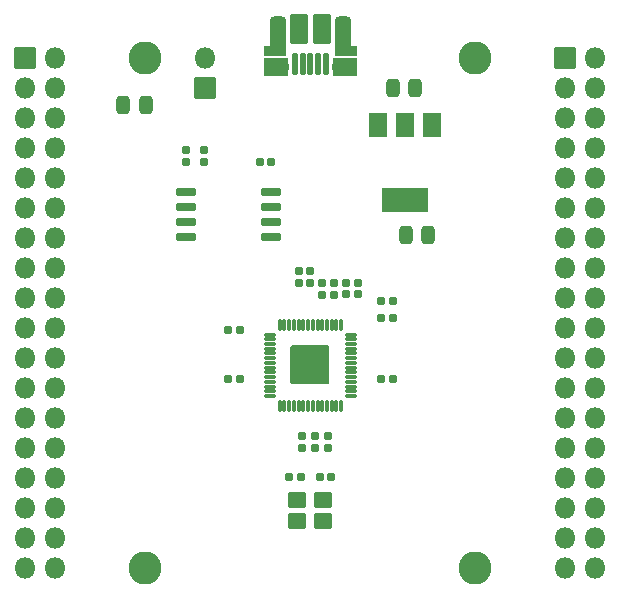
<source format=gbr>
G04 #@! TF.GenerationSoftware,KiCad,Pcbnew,8.0.5*
G04 #@! TF.CreationDate,2025-01-11T09:08:56+01:00*
G04 #@! TF.ProjectId,RP2040_minimal_r2,52503230-3430-45f6-9d69-6e696d616c5f,REV2*
G04 #@! TF.SameCoordinates,Original*
G04 #@! TF.FileFunction,Soldermask,Top*
G04 #@! TF.FilePolarity,Negative*
%FSLAX46Y46*%
G04 Gerber Fmt 4.6, Leading zero omitted, Abs format (unit mm)*
G04 Created by KiCad (PCBNEW 8.0.5) date 2025-01-11 09:08:56*
%MOMM*%
%LPD*%
G01*
G04 APERTURE LIST*
G04 Aperture macros list*
%AMRoundRect*
0 Rectangle with rounded corners*
0 $1 Rounding radius*
0 $2 $3 $4 $5 $6 $7 $8 $9 X,Y pos of 4 corners*
0 Add a 4 corners polygon primitive as box body*
4,1,4,$2,$3,$4,$5,$6,$7,$8,$9,$2,$3,0*
0 Add four circle primitives for the rounded corners*
1,1,$1+$1,$2,$3*
1,1,$1+$1,$4,$5*
1,1,$1+$1,$6,$7*
1,1,$1+$1,$8,$9*
0 Add four rect primitives between the rounded corners*
20,1,$1+$1,$2,$3,$4,$5,0*
20,1,$1+$1,$4,$5,$6,$7,0*
20,1,$1+$1,$6,$7,$8,$9,0*
20,1,$1+$1,$8,$9,$2,$3,0*%
G04 Aperture macros list end*
%ADD10RoundRect,0.275500X-0.275500X-0.500500X0.275500X-0.500500X0.275500X0.500500X-0.275500X0.500500X0*%
%ADD11RoundRect,0.051000X-0.200000X0.875000X-0.200000X-0.875000X0.200000X-0.875000X0.200000X0.875000X0*%
%ADD12RoundRect,0.051000X0.912500X0.350000X-0.912500X0.350000X-0.912500X-0.350000X0.912500X-0.350000X0*%
%ADD13RoundRect,0.051000X1.000000X0.730000X-1.000000X0.730000X-1.000000X-0.730000X1.000000X-0.730000X0*%
%ADD14RoundRect,0.414992X0.286008X1.261008X-0.286008X1.261008X-0.286008X-1.261008X0.286008X-1.261008X0*%
%ADD15O,1.402000X1.902000*%
%ADD16O,1.152000X1.552000*%
%ADD17RoundRect,0.051000X-0.712500X1.200000X-0.712500X-1.200000X0.712500X-1.200000X0.712500X1.200000X0*%
%ADD18RoundRect,0.051000X0.850000X0.850000X-0.850000X0.850000X-0.850000X-0.850000X0.850000X-0.850000X0*%
%ADD19O,1.802000X1.802000*%
%ADD20RoundRect,0.051000X-0.850000X-0.850000X0.850000X-0.850000X0.850000X0.850000X-0.850000X0.850000X0*%
%ADD21RoundRect,0.165500X0.195500X-0.165500X0.195500X0.165500X-0.195500X0.165500X-0.195500X-0.165500X0*%
%ADD22RoundRect,0.165500X0.165500X0.195500X-0.165500X0.195500X-0.165500X-0.195500X0.165500X-0.195500X0*%
%ADD23RoundRect,0.160500X-0.210500X0.160500X-0.210500X-0.160500X0.210500X-0.160500X0.210500X0.160500X0*%
%ADD24RoundRect,0.051000X-0.750000X1.000000X-0.750000X-1.000000X0.750000X-1.000000X0.750000X1.000000X0*%
%ADD25RoundRect,0.051000X-1.900000X1.000000X-1.900000X-1.000000X1.900000X-1.000000X1.900000X1.000000X0*%
%ADD26RoundRect,0.175500X-0.675500X-0.175500X0.675500X-0.175500X0.675500X0.175500X-0.675500X0.175500X0*%
%ADD27RoundRect,0.160500X0.210500X-0.160500X0.210500X0.160500X-0.210500X0.160500X-0.210500X-0.160500X0*%
%ADD28RoundRect,0.165500X-0.165500X-0.195500X0.165500X-0.195500X0.165500X0.195500X-0.165500X0.195500X0*%
%ADD29RoundRect,0.165500X-0.195500X0.165500X-0.195500X-0.165500X0.195500X-0.165500X0.195500X0.165500X0*%
%ADD30RoundRect,0.075500X-0.413000X-0.075500X0.413000X-0.075500X0.413000X0.075500X-0.413000X0.075500X0*%
%ADD31RoundRect,0.075500X-0.075500X-0.413000X0.075500X-0.413000X0.075500X0.413000X-0.075500X0.413000X0*%
%ADD32RoundRect,0.148590X-1.502410X-1.502410X1.502410X-1.502410X1.502410X1.502410X-1.502410X1.502410X0*%
%ADD33C,2.802000*%
%ADD34RoundRect,0.051000X-0.700000X-0.600000X0.700000X-0.600000X0.700000X0.600000X-0.700000X0.600000X0*%
G04 APERTURE END LIST*
D10*
X108075000Y-89000000D03*
X109975000Y-89000000D03*
D11*
X101300000Y-74525000D03*
X100650000Y-74525000D03*
X100000000Y-74525000D03*
X99350000Y-74525000D03*
X98700000Y-74525000D03*
D12*
X102987500Y-73400000D03*
D13*
X102900000Y-74730000D03*
D14*
X102725000Y-72125000D03*
D15*
X102725000Y-71700000D03*
D16*
X102425000Y-74730000D03*
D17*
X100962500Y-71500000D03*
X99037500Y-71500000D03*
D16*
X97575000Y-74730000D03*
D14*
X97275000Y-72125000D03*
D15*
X97275000Y-71700000D03*
D13*
X97100000Y-74730000D03*
D12*
X97012500Y-73400000D03*
D18*
X91110000Y-76540000D03*
D19*
X91110000Y-74000000D03*
D20*
X75870000Y-74000000D03*
D19*
X78410000Y-74000000D03*
X75870000Y-76540000D03*
X78410000Y-76540000D03*
X75870000Y-79080000D03*
X78410000Y-79080000D03*
X75870000Y-81620000D03*
X78410000Y-81620000D03*
X75870000Y-84160000D03*
X78410000Y-84160000D03*
X75870000Y-86700000D03*
X78410000Y-86700000D03*
X75870000Y-89240000D03*
X78410000Y-89240000D03*
X75870000Y-91780000D03*
X78410000Y-91780000D03*
X75870000Y-94320000D03*
X78410000Y-94320000D03*
X75870000Y-96860000D03*
X78410000Y-96860000D03*
X75870000Y-99400000D03*
X78410000Y-99400000D03*
X75870000Y-101940000D03*
X78410000Y-101940000D03*
X75870000Y-104480000D03*
X78410000Y-104480000D03*
X75870000Y-107020000D03*
X78410000Y-107020000D03*
X75870000Y-109560000D03*
X78410000Y-109560000D03*
X75870000Y-112100000D03*
X78410000Y-112100000D03*
X75870000Y-114640000D03*
X78410000Y-114640000D03*
X75870000Y-117180000D03*
X78410000Y-117180000D03*
D21*
X104000000Y-93995000D03*
X104000000Y-93035000D03*
X103000000Y-93995000D03*
X103000000Y-93035000D03*
D22*
X93995000Y-101200000D03*
X93035000Y-101200000D03*
X96665000Y-82830000D03*
X95705000Y-82830000D03*
D23*
X89500000Y-81805000D03*
X89500000Y-82825000D03*
D20*
X121590000Y-74000000D03*
D19*
X124130000Y-74000000D03*
X121590000Y-76540000D03*
X124130000Y-76540000D03*
X121590000Y-79080000D03*
X124130000Y-79080000D03*
X121590000Y-81620000D03*
X124130000Y-81620000D03*
X121590000Y-84160000D03*
X124130000Y-84160000D03*
X121590000Y-86700000D03*
X124130000Y-86700000D03*
X121590000Y-89240000D03*
X124130000Y-89240000D03*
X121590000Y-91780000D03*
X124130000Y-91780000D03*
X121590000Y-94320000D03*
X124130000Y-94320000D03*
X121590000Y-96860000D03*
X124130000Y-96860000D03*
X121590000Y-99400000D03*
X124130000Y-99400000D03*
X121590000Y-101940000D03*
X124130000Y-101940000D03*
X121590000Y-104480000D03*
X124130000Y-104480000D03*
X121590000Y-107020000D03*
X124130000Y-107020000D03*
X121590000Y-109560000D03*
X124130000Y-109560000D03*
X121590000Y-112100000D03*
X124130000Y-112100000D03*
X121590000Y-114640000D03*
X124130000Y-114640000D03*
X121590000Y-117180000D03*
X124130000Y-117180000D03*
D24*
X110300000Y-79700000D03*
X108000000Y-79700000D03*
D25*
X108000000Y-86000000D03*
D24*
X105700000Y-79700000D03*
D26*
X89450000Y-85370000D03*
X89450000Y-86640000D03*
X89450000Y-87910000D03*
X89450000Y-89180000D03*
X96650000Y-89180000D03*
X96650000Y-87910000D03*
X96650000Y-86640000D03*
X96650000Y-85370000D03*
D27*
X91000000Y-82825000D03*
X91000000Y-81805000D03*
D21*
X100000000Y-92995000D03*
X100000000Y-92035000D03*
D28*
X106005000Y-101200000D03*
X106965000Y-101200000D03*
D29*
X100381000Y-106005000D03*
X100381000Y-106965000D03*
D23*
X101000000Y-93005000D03*
X101000000Y-94025000D03*
D29*
X101500000Y-106005000D03*
X101500000Y-106965000D03*
D10*
X106987500Y-76500000D03*
X108887500Y-76500000D03*
D22*
X93995000Y-97000000D03*
X93035000Y-97000000D03*
D28*
X106005000Y-94600000D03*
X106965000Y-94600000D03*
D30*
X96562500Y-97400000D03*
X96562500Y-97800000D03*
X96562500Y-98200000D03*
X96562500Y-98600000D03*
X96562500Y-99000000D03*
X96562500Y-99400000D03*
X96562500Y-99800000D03*
X96562500Y-100200000D03*
X96562500Y-100600000D03*
X96562500Y-101000000D03*
X96562500Y-101400000D03*
X96562500Y-101800000D03*
X96562500Y-102200000D03*
X96562500Y-102600000D03*
D31*
X97400000Y-103437500D03*
X97800000Y-103437500D03*
X98200000Y-103437500D03*
X98600000Y-103437500D03*
X99000000Y-103437500D03*
X99400000Y-103437500D03*
X99800000Y-103437500D03*
X100200000Y-103437500D03*
X100600000Y-103437500D03*
X101000000Y-103437500D03*
X101400000Y-103437500D03*
X101800000Y-103437500D03*
X102200000Y-103437500D03*
X102600000Y-103437500D03*
D30*
X103437500Y-102600000D03*
X103437500Y-102200000D03*
X103437500Y-101800000D03*
X103437500Y-101400000D03*
X103437500Y-101000000D03*
X103437500Y-100600000D03*
X103437500Y-100200000D03*
X103437500Y-99800000D03*
X103437500Y-99400000D03*
X103437500Y-99000000D03*
X103437500Y-98600000D03*
X103437500Y-98200000D03*
X103437500Y-97800000D03*
X103437500Y-97400000D03*
D31*
X102600000Y-96562500D03*
X102200000Y-96562500D03*
X101800000Y-96562500D03*
X101400000Y-96562500D03*
X101000000Y-96562500D03*
X100600000Y-96562500D03*
X100200000Y-96562500D03*
X99800000Y-96562500D03*
X99400000Y-96562500D03*
X99000000Y-96562500D03*
X98600000Y-96562500D03*
X98200000Y-96562500D03*
X97800000Y-96562500D03*
X97400000Y-96562500D03*
D32*
X100000000Y-100000000D03*
D33*
X113970000Y-74000000D03*
D23*
X102000000Y-93005000D03*
X102000000Y-94025000D03*
D33*
X113970000Y-117180000D03*
D21*
X99000000Y-92995000D03*
X99000000Y-92035000D03*
D28*
X106005000Y-96000000D03*
X106965000Y-96000000D03*
D33*
X86030000Y-74000000D03*
X86030000Y-117180000D03*
D10*
X84165000Y-78000000D03*
X86065000Y-78000000D03*
D22*
X99180000Y-109500000D03*
X98220000Y-109500000D03*
D28*
X100820000Y-109500000D03*
X101780000Y-109500000D03*
D34*
X98900000Y-113150000D03*
X101100000Y-113150000D03*
X101100000Y-111450000D03*
X98900000Y-111450000D03*
D23*
X99300000Y-105990000D03*
X99300000Y-107010000D03*
M02*

</source>
